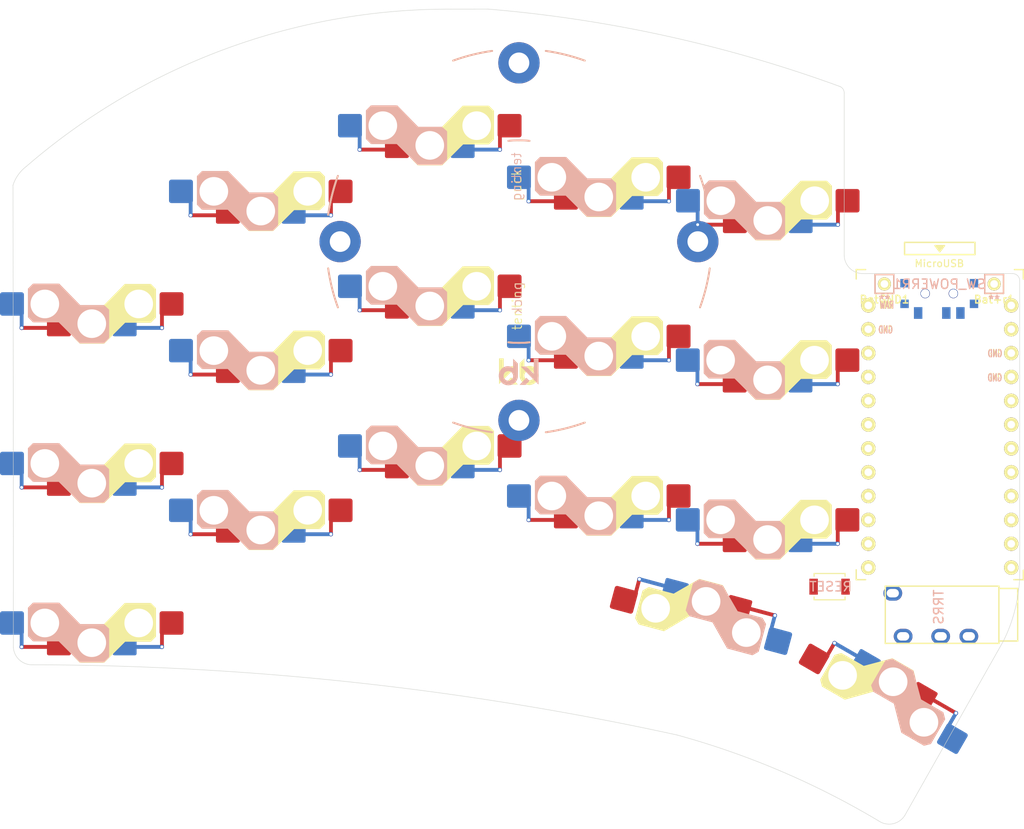
<source format=kicad_pcb>
(kicad_pcb (version 20211014) (generator pcbnew)
  (layers (0 "F.Cu" signal) (31 "B.Cu" signal) (34 "B.Paste" user) (35 "F.Paste" user) (36 "B.SilkS" user "B.Silkscreen") (37 "F.SilkS" user "F.Silkscreen") (38 "B.Mask" user) (39 "F.Mask" user) (44 "Edge.Cuts" user))
  (net 0 "")
  (net 1 "gnd")
  (net 2 "vcc")
  (net 3 "Switch18")
  (net 4 "reset")
  (net 5 "Switch1")
  (net 6 "Switch2")
  (net 7 "Switch3")
  (net 8 "Switch4")
  (net 9 "Switch5")
  (net 10 "Switch6")
  (net 11 "Switch7")
  (net 12 "Switch8")
  (net 13 "Switch9")
  (net 14 "Switch10")
  (net 15 "Switch11")
  (net 16 "Switch12")
  (net 17 "Switch13")
  (net 18 "Switch14")
  (net 19 "Switch15")
  (net 20 "Switch16")
  (net 21 "Switch17")
  (net 22 "raw")
  (net 23 "BT+_r")
  (net 24 "Net-(SW_POWERR1-Pad1)")
  (footprint "kbd:ProMicro_v3_min" (layer "F.Cu") (at 116.3784 62.57399)
    (fp_text reference "U1" hide)
    (fp_text value "ProMicro-kbd" hide)
    (fp_text user "GND" (at -5.77 -11.88) (layer "B.SilkS") (effects (font (size 0.75 0.5) (thickness 0.125)) (justify mirror)))
    (fp_text user "GND" (at 5.86 -6.77) (layer "B.SilkS") (effects (font (size 0.75 0.5) (thickness 0.125)) (justify mirror)))
    (fp_text user "" (at -1.2065 -16.256) (layer "B.SilkS") (effects (justify mirror)))
    (fp_text user "RAW" (at -5.64 -14.52 unlocked) (layer "B.SilkS") (effects (font (size 0.75 0.5) (thickness 0.125)) (justify mirror)))
    (fp_text user "GND" (at 5.88 -9.35) (layer "B.SilkS") (effects (font (size 0.75 0.5) (thickness 0.125)) (justify mirror)))
    (fp_text user "MicroUSB" (at -0.05 -18.95) (layer "F.SilkS") (effects (font (size 0.75 0.75) (thickness 0.12))))
    (fp_text user "GND" (at 5.88 -9.38) (layer "F.SilkS") (effects (font (size 0.75 0.5) (thickness 0.125))))
    (fp_text user "" (at -0.5 -17.25) (layer "F.SilkS"))
    (fp_text user "GND" (at -5.77 -11.91) (layer "F.SilkS") (effects (font (size 0.75 0.5) (thickness 0.125))))
    (fp_text user "GND" (at 5.86 -6.8) (layer "F.SilkS") (effects (font (size 0.75 0.5) (thickness 0.125))))
    (fp_text user "RAW" (at -5.67 -14.52) (layer "F.SilkS") (effects (font (size 0.75 0.5) (thickness 0.125))))
    (pad "1" thru_hole circle locked (at 7.6114 -14.478) (size 1.524 1.524) (drill 0.8128) (layers *.Cu "F.SilkS" "B.Mask") (net 14 "Switch10"))
    (pad "2" thru_hole circle locked (at 7.6114 -11.938) (size 1.524 1.524) (drill 0.8128) (layers *.Cu "F.SilkS" "B.Mask") (net 3 "Switch18"))
    (pad "3" thru_hole circle locked (at 7.6114 -9.398) (size 1.524 1.524) (drill 0.8128) (layers *.Cu "F.SilkS" "B.Mask") (net 1 "gnd"))
    (pad "4" thru_hole circle locked (at 7.6114 -6.858) (size 1.524 1.524) (drill 0.8128) (layers *.Cu "F.SilkS" "B.Mask") (net 1 "gnd"))
    (pad "5" thru_hole circle locked (at 7.6114 -4.318) (size 1.524 1.524) (drill 0.8128) (layers *.Cu "F.SilkS" "B.Mask") (net 15 "Switch11"))
    (pad "6" thru_hole circle locked (at 7.6114 -1.778) (size 1.524 1.524) (drill 0.8128) (layers *.Cu "F.SilkS" "B.Mask") (net 16 "Switch12"))
    (pad "7" thru_hole circle locked (at 7.6114 0.762) (size 1.524 1.524) (drill 0.8128) (layers *.Cu "F.SilkS" "B.Mask") (net 17 "Switch13"))
    (pad "8" thru_hole circle locked (at 7.6114 3.302) (size 1.524 1.524) (drill 0.8128) (layers *.Cu "F.SilkS" "B.Mask") (net 18 "Switch14"))
    (pad "9" thru_hole circle locked (at 7.6114 5.842) (size 1.524 1.524) (drill 0.8128) (layers *.Cu "F.SilkS" "B.Mask") (net 19 "Switch15"))
    (pad "10" thru_hole circle locked (at 7.6114 8.382) (size 1.524 1.524) (drill 0.8128) (layers *.Cu "F.SilkS" "B.Mask") (net 5 "Switch1"))
    (pad "11" thru_hole circle locked (at 7.6114 10.922) (size 1.524 1.524) (drill 0.8128) (layers *.Cu "F.SilkS" "B.Mask") (net 20 "Switch16"))
    (pad "12" thru_hole circle locked (at 7.6114 13.462) (size 1.524 1.524) (drill 0.8128) (layers *.Cu "F.SilkS" "B.Mask") (net 21 "Switch17"))
    (pad "13" thru_hole circle locked (at -7.6086 13.462) (size 1.524 1.524) (drill 0.8128) (layers *.Cu "F.SilkS" "B.Mask") (net 13 "Switch9"))
    (pad "14" thru_hole circle locked (at -7.6086 10.922) (size 1.524 1.524) (drill 0.8128) (layers *.Cu "F.SilkS" "B.Mask") (net 12 "Switch8"))
    (pad "15" thru_hole circle locked (at -7.6086 8.382) (size 1.524 1.524) (drill 0.8128) (layers *.Cu "F.SilkS" "B.Mask") (net 11 "Switch7"))
    (pad "16" thru_hole circle locked (at -7.6086 5.842) (size 1.524 1.524) (drill 0.8128) (layers *.Cu "F.SilkS" "B.Mask") (net 10 "Switch6"))
    (pad "17" thru_hole circle locked (at -7.6086 3.302) (size 1.524 1.524) (drill 0.8128) (layers *.Cu "F.SilkS" "B.Mask") (net 6 "Switch2"))
    (pad "18" thru_hole circle locked (at -7.6086 0.762) (size 1.524 1.524) (drill 0.8128) (layers *.Cu "F.SilkS" "B.Mask") (net 7 "Switch3"))
    (pad "19" thru_hole circle locked (at -7.6086 -1.778) (size 1.524 1.524) (drill 0.8128) (layers *.Cu "F.SilkS" "B.Mask") (net 8 "Switch4"))
    (pad "20" thru_hole circle locked (at -7.6086 -4.318) (size 1.524 1.524) (drill 0.8128) (layers *.Cu "F.SilkS" "B.Mask") (net 9 "Switch5"))
    (pad "21" thru_hole circle locked (at -7.6086 -6.858) (size 1.524 1.524) (drill 0.8128) (layers *.Cu "F.SilkS" "B.Mask") (net 2 "vcc"))
    (pad "22" thru_hole circle locked (at -7.6086 -9.398) (size 1.524 1.524) (drill 0.8128) (layers *.Cu "F.SilkS" "B.Mask") (net 4 "reset"))
    (pad "23" thru_hole circle locked (at -7.6086 -11.938) (size 1.524 1.524) (drill 0.8128) (layers *.Cu "F.SilkS" "B.Mask") (net 1 "gnd"))
    (pad "24" thru_hole circle locked (at -7.6086 -14.478) (size 1.524 1.524) (drill 0.8128) (layers *.Cu "F.SilkS" "B.Mask") (net 22 "raw"))
  )
  (footprint "Kailh:TRRS-PJ-320A" (layer "F.Cu") (at 122.6744 81.06199 -90)
    (fp_text reference "J2")
    (fp_text value "AudioJack4dpb" hide)
    (fp_text user "TRRS" (at -0.8255 6.4135 90) (layer "B.SilkS") (effects (justify mirror)))
    (pad "" np_thru_hole circle locked (at 0 1.6 270) (size 0.8 0.8) (drill 0.8) (layers *.Cu *.Mask))
    (pad "" np_thru_hole circle locked (at 0 8.6 270) (size 0.8 0.8) (drill 0.8) (layers *.Cu *.Mask))
    (pad "R1" thru_hole oval locked (at 2.3 6.2 270) (size 1.6 2) (drill oval 0.9 1.3) (layers *.Cu *.Mask) (net 3 "Switch18"))
    (pad "R2" thru_hole oval locked (at 2.3 3.2 270) (size 1.6 2) (drill oval 0.9 1.3) (layers *.Cu *.Mask) (net 2 "vcc"))
    (pad "S" thru_hole oval locked (at -2.3 11.3 270) (size 1.6 2) (drill oval 0.9 1.3) (layers *.Cu *.Mask) (net 1 "gnd"))
    (pad "T" thru_hole oval locked (at 2.3 10.2 270) (size 1.6 2) (drill oval 0.9 1.3) (layers *.Cu *.Mask) (net 1 "gnd"))
  )
  (footprint "* duckyb-collection:SW_Hotswap_Kailh_Choc_V1" (layer "F.Cu") (at 62.0564 59.52599)
    (fp_text reference "SW16")
    (fp_text value "SW_Push")
    (pad "" np_thru_hole circle (at -5.5 -0.254 180) (size 1.9 1.9) (drill 1.9) (layers *.Cu *.Mask))
    (pad "" np_thru_hole circle (at -5 3.546 180) (size 3.049999 3.049999) (drill 3.049999) (layers F&B.Cu *.Mask))
    (pad "" np_thru_hole circle (at 5.5 -0.254 180) (size 1.9 1.9) (drill 1.9) (layers *.Cu *.Mask))
    (pad "" np_thru_hole circle (at 0 -0.254 180) (size 3.4 3.4) (drill 3.4) (layers *.Cu *.Mask))
    (pad "" np_thru_hole circle (at 0 5.646 180) (size 3.05 3.05) (drill 3.05) (layers *.Cu *.Mask))
    (pad "" np_thru_hole circle (at 5 3.546 180) (size 3.049999 3.049999) (drill 3.049999) (layers F&B.Cu *.Mask))
    (pad "1" smd roundrect (at -8.500001 3.546 180) (size 2.55 2.5) (layers "B.Cu" "B.Paste" "B.Mask") (roundrect_rratio 0.1) (net 17 "Switch13"))
    (pad "1" smd rect (at -6.0452 6.096 90) (size 0.41222 2.904251) (layers "F.Cu") (net 17 "Switch13"))
    (pad "1" smd roundrect (at -3.5001 6.063399 180) (size 2.550201 1.8652) (layers "F.Cu" "F.Paste" "F.Mask") (roundrect_rratio 0.1) (net 17 "Switch13"))
    (pad "1" thru_hole circle (at -7.4676 6.096) (size 0.4572 0.4572) (drill 0.3048) (layers *.Cu) (net 17 "Switch13"))
    (pad "1" smd rect (at -7.468387 5.2832 180) (size 0.404816 1.7272) (layers "B.Cu") (net 17 "Switch13"))
    (pad "2" smd rect (at 7.475002 5.1816 180) (size 0.404816 1.7272) (layers "F.Cu") (net 1 "gnd"))
    (pad "2" smd roundrect (at 3.5001 6.063399 180) (size 2.550201 1.8652) (layers "B.Cu" "B.Paste" "B.Mask") (roundrect_rratio 0.1) (net 1 "gnd"))
    (pad "2" thru_hole circle (at 7.4676 6.096) (size 0.4572 0.4572) (drill 0.3048) (layers *.Cu) (net 1 "gnd"))
    (pad "2" smd rect (at 6.096 6.096 90) (size 0.41222 2.904251) (layers "B.Cu") (net 1 "gnd"))
    (pad "2" smd roundrect (at 8.500001 3.546 180) (size 2.55 2.5) (layers "F.Cu" "F.Paste" "F.Mask") (roundrect_rratio 0.1) (net 1 "gnd"))
  )
  (footprint "* duckyb-collection:SW_Hotswap_Kailh_Choc_V1" (layer "F.Cu") (at 108.5864 93.09199 150)
    (fp_text reference "SW20")
    (fp_text value "SW_Push")
    (pad "" np_thru_hole circle (at 0 5.646 330) (size 3.05 3.05) (drill 3.05) (layers *.Cu *.Mask))
    (pad "" np_thru_hole circle (at 5 3.546 330) (size 3.049999 3.049999) (drill 3.049999) (layers F&B.Cu *.Mask))
    (pad "" np_thru_hole circle (at -5.5 -0.254 330) (size 1.9 1.9) (drill 1.9) (layers *.Cu *.Mask))
    (pad "" np_thru_hole circle (at 0 -0.254 330) (size 3.4 3.4) (drill 3.4) (layers *.Cu *.Mask))
    (pad "" np_thru_hole circle (at 5.5 -0.254 330) (size 1.9 1.9) (drill 1.9) (layers *.Cu *.Mask))
    (pad "" np_thru_hole circle (at -5 3.546 330) (size 3.049999 3.049999) (drill 3.049999) (layers F&B.Cu *.Mask))
    (pad "1" smd roundrect (at -3.5001 6.063399 330) (size 2.550201 1.8652) (layers "F.Cu" "F.Paste" "F.Mask") (roundrect_rratio 0.1) (net 21 "Switch17"))
    (pad "1" smd rect (at -6.0452 6.096 240) (size 0.41222 2.904251) (layers "F.Cu") (net 21 "Switch17"))
    (pad "1" smd rect (at -7.468387 5.2832 330) (size 0.404816 1.7272) (layers "B.Cu") (net 21 "Switch17"))
    (pad "1" smd roundrect (at -8.500001 3.546 330) (size 2.55 2.5) (layers "B.Cu" "B.Paste" "B.Mask") (roundrect_rratio 0.1) (net 21 "Switch17"))
    (pad "1" thru_hole circle (at -7.4676 6.096 150) (size 0.4572 0.4572) (drill 0.3048) (layers *.Cu) (net 21 "Switch17"))
    (pad "2" thru_hole circle (at 7.4676 6.096 150) (size 0.4572 0.4572) (drill 0.3048) (layers *.Cu) (net 1 "gnd"))
    (pad "2" smd roundrect (at 8.500001 3.546 330) (size 2.55 2.5) (layers "F.Cu" "F.Paste" "F.Mask") (roundrect_rratio 0.1) (net 1 "gnd"))
    (pad "2" smd roundrect (at 3.5001 6.063399 330) (size 2.550201 1.8652) (layers "B.Cu" "B.Paste" "B.Mask") (roundrect_rratio 0.1) (net 1 "gnd"))
    (pad "2" smd rect (at 6.096 6.096 240) (size 0.41222 2.904251) (layers "B.Cu") (net 1 "gnd"))
    (pad "2" smd rect (at 7.475002 5.1816 330) (size 0.404816 1.7272) (layers "F.Cu") (net 1 "gnd"))
  )
  (footprint "* duckyb-collection:SW_Hotswap_Kailh_Choc_V1" (layer "F.Cu") (at 44.0564 66.38399)
    (fp_text reference "SW15")
    (fp_text value "SW_Push")
    (pad "" np_thru_hole circle (at 0 5.646 180) (size 3.05 3.05) (drill 3.05) (layers *.Cu *.Mask))
    (pad "" np_thru_hole circle (at -5 3.546 180) (size 3.049999 3.049999) (drill 3.049999) (layers F&B.Cu *.Mask))
    (pad "" np_thru_hole circle (at 5.5 -0.254 180) (size 1.9 1.9) (drill 1.9) (layers *.Cu *.Mask))
    (pad "" np_thru_hole circle (at 0 -0.254 180) (size 3.4 3.4) (drill 3.4) (layers *.Cu *.Mask))
    (pad "" np_thru_hole circle (at -5.5 -0.254 180) (size 1.9 1.9) (drill 1.9) (layers *.Cu *.Mask))
    (pad "" np_thru_hole circle (at 5 3.546 180) (size 3.049999 3.049999) (drill 3.049999) (layers F&B.Cu *.Mask))
    (pad "1" smd roundrect (at -8.500001 3.546 180) (size 2.55 2.5) (layers "B.Cu" "B.Paste" "B.Mask") (roundrect_rratio 0.1) (net 16 "Switch12"))
    (pad "1" smd rect (at -7.468387 5.2832 180) (size 0.404816 1.7272) (layers "B.Cu") (net 16 "Switch12"))
    (pad "1" smd roundrect (at -3.5001 6.063399 180) (size 2.550201 1.8652) (layers "F.Cu" "F.Paste" "F.Mask") (roundrect_rratio 0.1) (net 16 "Switch12"))
    (pad "1" smd rect (at -6.0452 6.096 90) (size 0.41222 2.904251) (layers "F.Cu") (net 16 "Switch12"))
    (pad "1" thru_hole circle (at -7.4676 6.096) (size 0.4572 0.4572) (drill 0.3048) (layers *.Cu) (net 16 "Switch12"))
    (pad "2" smd roundrect (at 8.500001 3.546 180) (size 2.55 2.5) (layers "F.Cu" "F.Paste" "F.Mask") (roundrect_rratio 0.1) (net 1 "gnd"))
    (pad "2" smd roundrect (at 3.5001 6.063399 180) (size 2.550201 1.8652) (layers "B.Cu" "B.Paste" "B.Mask") (roundrect_rratio 0.1) (net 1 "gnd"))
    (pad "2" smd rect (at 7.475002 5.1816 180) (size 0.404816 1.7272) (layers "F.Cu") (net 1 "gnd"))
    (pad "2" thru_hole circle (at 7.4676 6.096) (size 0.4572 0.4572) (drill 0.3048) (layers *.Cu) (net 1 "gnd"))
    (pad "2" smd rect (at 6.096 6.096 90) (size 0.41222 2.904251) (layers "B.Cu") (net 1 "gnd"))
  )
  (footprint "* duckyb-collection:SW_Hotswap_Kailh_Choc_V1" (layer "F.Cu") (at 90.0264 85.09199 165)
    (fp_text reference "SW21")
    (fp_text value "SW_Push")
    (pad "" np_thru_hole circle (at 5.5 -0.254 345) (size 1.9 1.9) (drill 1.9) (layers *.Cu *.Mask))
    (pad "" np_thru_hole circle (at -5 3.546 345) (size 3.049999 3.049999) (drill 3.049999) (layers F&B.Cu *.Mask))
    (pad "" np_thru_hole circle (at 0 -0.254 345) (size 3.4 3.4) (drill 3.4) (layers *.Cu *.Mask))
    (pad "" np_thru_hole circle (at 0 5.646 345) (size 3.05 3.05) (drill 3.05) (layers *.Cu *.Mask))
    (pad "" np_thru_hole circle (at -5.5 -0.254 345) (size 1.9 1.9) (drill 1.9) (layers *.Cu *.Mask))
    (pad "" np_thru_hole circle (at 5 3.546 345) (size 3.049999 3.049999) (drill 3.049999) (layers F&B.Cu *.Mask))
    (pad "1" smd rect (at -6.0452 6.096 255) (size 0.41222 2.904251) (layers "F.Cu") (net 20 "Switch16"))
    (pad "1" smd roundrect (at -3.5001 6.063399 345) (size 2.550201 1.8652) (layers "F.Cu" "F.Paste" "F.Mask") (roundrect_rratio 0.1) (net 20 "Switch16"))
    (pad "1" thru_hole circle (at -7.4676 6.096 165) (size 0.4572 0.4572) (drill 0.3048) (layers *.Cu) (net 20 "Switch16"))
    (pad "1" smd rect (at -7.468387 5.2832 345) (size 0.404816 1.7272) (layers "B.Cu") (net 20 "Switch16"))
    (pad "1" smd roundrect (at -8.500001 3.546 345) (size 2.55 2.5) (layers "B.Cu" "B.Paste" "B.Mask") (roundrect_rratio 0.1) (net 20 "Switch16"))
    (pad "2" smd rect (at 7.475002 5.1816 345) (size 0.404816 1.7272) (layers "F.Cu") (net 1 "gnd"))
    (pad "2" smd roundrect (at 8.500001 3.546 345) (size 2.55 2.5) (layers "F.Cu" "F.Paste" "F.Mask") (roundrect_rratio 0.1) (net 1 "gnd"))
    (pad "2" thru_hole circle (at 7.4676 6.096 165) (size 0.4572 0.4572) (drill 0.3048) (layers *.Cu) (net 1 "gnd"))
    (pad "2" smd roundrect (at 3.5001 6.063399 345) (size 2.550201 1.8652) (layers "B.Cu" "B.Paste" "B.Mask") (roundrect_rratio 0.1) (net 1 "gnd"))
    (pad "2" smd rect (at 6.096 6.096 255) (size 0.41222 2.904251) (layers "B.Cu") (net 1 "gnd"))
  )
  (footprint "* duckyb-collection:SW_Hotswap_Kailh_Choc_V1" (layer "F.Cu") (at 80.0564 64.85999)
    (fp_text reference "SW17")
    (fp_text value "SW_Push")
    (pad "" np_thru_hole circle (at 0 5.646 180) (size 3.05 3.05) (drill 3.05) (layers *.Cu *.Mask))
    (pad "" np_thru_hole circle (at 5 3.546 180) (size 3.049999 3.049999) (drill 3.049999) (layers F&B.Cu *.Mask))
    (pad "" np_thru_hole circle (at 5.5 -0.254 180) (size 1.9 1.9) (drill 1.9) (layers *.Cu *.Mask))
    (pad "" np_thru_hole circle (at -5 3.546 180) (size 3.049999 3.049999) (drill 3.049999) (layers F&B.Cu *.Mask))
    (pad "" np_thru_hole circle (at 0 -0.254 180) (size 3.4 3.4) (drill 3.4) (layers *.Cu *.Mask))
    (pad "" np_thru_hole circle (at -5.5 -0.254 180) (size 1.9 1.9) (drill 1.9) (layers *.Cu *.Mask))
    (pad "1" thru_hole circle (at -7.4676 6.096) (size 0.4572 0.4572) (drill 0.3048) (layers *.Cu) (net 18 "Switch14"))
    (pad "1" smd roundrect (at -3.5001 6.063399 180) (size 2.550201 1.8652) (layers "F.Cu" "F.Paste" "F.Mask") (roundrect_rratio 0.1) (net 18 "Switch14"))
    (pad "1" smd rect (at -7.468387 5.2832 180) (size 0.404816 1.7272) (layers "B.Cu") (net 18 "Switch14"))
    (pad "1" smd roundrect (at -8.500001 3.546 180) (size 2.55 2.5) (layers "B.Cu" "B.Paste" "B.Mask") (roundrect_rratio 0.1) (net 18 "Switch14"))
    (pad "1" smd rect (at -6.0452 6.096 90) (size 0.41222 2.904251) (layers "F.Cu") (net 18 "Switch14"))
    (pad "2" smd rect (at 6.096 6.096 90) (size 0.41222 2.904251) (layers "B.Cu") (net 1 "gnd"))
    (pad "2" smd rect (at 7.475002 5.1816 180) (size 0.404816 1.7272) (layers "F.Cu") (net 1 "gnd"))
    (pad "2" smd roundrect (at 8.500001 3.546 180) (size 2.55 2.5) (layers "F.Cu" "F.Paste" "F.Mask") (roundrect_rratio 0.1) (net 1 "gnd"))
    (pad "2" smd roundrect (at 3.5001 6.063399 180) (size 2.550201 1.8652) (layers "B.Cu" "B.Paste" "B.Mask") (roundrect_rratio 0.1) (net 1 "gnd"))
    (pad "2" thru_hole circle (at 7.4676 6.096) (size 0.4572 0.4572) (drill 0.3048) (layers *.Cu) (net 1 "gnd"))
  )
  (footprint "* duckyb-collection:SW_Hotswap_Kailh_Choc_V1" (layer "F.Cu") (at 98.0364 67.39999)
    (fp_text reference "SW18")
    (fp_text value "SW_Push")
    (pad "" np_thru_hole circle (at -5 3.546 180) (size 3.049999 3.049999) (drill 3.049999) (layers F&B.Cu *.Mask))
    (pad "" np_thru_hole circle (at -5.5 -0.254 180) (size 1.9 1.9) (drill 1.9) (layers *.Cu *.Mask))
    (pad "" np_thru_hole circle (at 0 -0.254 180) (size 3.4 3.4) (drill 3.4) (layers *.Cu *.Mask))
    (pad "" np_thru_hole circle (at 0 5.646 180) (size 3.05 3.05) (drill 3.05) (layers *.Cu *.Mask))
    (pad "" np_thru_hole circle (at 5 3.546 180) (size 3.049999 3.049999) (drill 3.049999) (layers F&B.Cu *.Mask))
    (pad "" np_thru_hole circle (at 5.5 -0.254 180) (size 1.9 1.9) (drill 1.9) (layers *.Cu *.Mask))
    (pad "1" thru_hole circle (at -7.4676 6.096) (size 0.4572 0.4572) (drill 0.3048) (layers *.Cu) (net 19 "Switch15"))
    (pad "1" smd roundrect (at -3.5001 6.063399 180) (size 2.550201 1.8652) (layers "F.Cu" "F.Paste" "F.Mask") (roundrect_rratio 0.1) (net 19 "Switch15"))
    (pad "1" smd roundrect (at -8.500001 3.546 180) (size 2.55 2.5) (layers "B.Cu" "B.Paste" "B.Mask") (roundrect_rratio 0.1) (net 19 "Switch15"))
    (pad "1" smd rect (at -6.0452 6.096 90) (size 0.41222 2.904251) (layers "F.Cu") (net 19 "Switch15"))
    (pad "1" smd rect (at -7.468387 5.2832 180) (size 0.404816 1.7272) (layers "B.Cu") (net 19 "Switch15"))
    (pad "2" thru_hole circle (at 7.4676 6.096) (size 0.4572 0.4572) (drill 0.3048) (layers *.Cu) (net 1 "gnd"))
    (pad "2" smd rect (at 6.096 6.096 90) (size 0.41222 2.904251) (layers "B.Cu") (net 1 "gnd"))
    (pad "2" smd roundrect (at 3.5001 6.063399 180) (size 2.550201 1.8652) (layers "B.Cu" "B.Paste" "B.Mask") (roundrect_rratio 0.1) (net 1 "gnd"))
    (pad "2" smd roundrect (at 8.500001 3.546 180) (size 2.55 2.5) (layers "F.Cu" "F.Paste" "F.Mask") (roundrect_rratio 0.1) (net 1 "gnd"))
    (pad "2" smd rect (at 7.475002 5.1816 180) (size 0.404816 1.7272) (layers "F.Cu") (net 1 "gnd"))
  )
  (footprint "* duckyb-collection:SW_Hotswap_Kailh_Choc_V1" (layer "F.Cu") (at 62.0564 25.39199)
    (fp_text reference "SW4")
    (fp_text value "SW_Push")
    (pad "" np_thru_hole circle (at 0 5.646 180) (size 3.05 3.05) (drill 3.05) (layers *.Cu *.Mask))
    (pad "" np_thru_hole circle (at -5.5 -0.254 180) (size 1.9 1.9) (drill 1.9) (layers *.Cu *.Mask))
    (pad "" np_thru_hole circle (at 0 -0.254 180) (size 3.4 3.4) (drill 3.4) (layers *.Cu *.Mask))
    (pad "" np_thru_hole circle (at 5 3.546 180) (size 3.049999 3.049999) (drill 3.049999) (layers F&B.Cu *.Mask))
    (pad "" np_thru_hole circle (at -5 3.546 180) (size 3.049999 3.049999) (drill 3.049999) (layers F&B.Cu *.Mask))
    (pad "" np_thru_hole circle (at 5.5 -0.254 180) (size 1.9 1.9) (drill 1.9) (layers *.Cu *.Mask))
    (pad "1" smd rect (at -6.0452 6.096 90) (size 0.41222 2.904251) (layers "F.Cu") (net 7 "Switch3"))
    (pad "1" smd roundrect (at -8.500001 3.546 180) (size 2.55 2.5) (layers "B.Cu" "B.Paste" "B.Mask") (roundrect_rratio 0.1) (net 7 "Switch3"))
    (pad "1" thru_hole circle (at -7.4676 6.096) (size 0.4572 0.4572) (drill 0.3048) (layers *.Cu) (net 7 "Switch3"))
    (pad "1" smd roundrect (at -3.5001 6.063399 180) (size 2.550201 1.8652) (layers "F.Cu" "F.Paste" "F.Mask") (roundrect_rratio 0.1) (net 7 "Switch3"))
    (pad "1" smd rect (at -7.468387 5.2832 180) (size 0.404816 1.7272) (layers "B.Cu") (net 7 "Switch3"))
    (pad "2" smd roundrect (at 3.5001 6.063399 180) (size 2.550201 1.8652) (layers "B.Cu" "B.Paste" "B.Mask") (roundrect_rratio 0.1) (net 1 "gnd"))
    (pad "2" smd rect (at 7.475002 5.1816 180) (size 0.404816 1.7272) (layers "F.Cu") (net 1 "gnd"))
    (pad "2" thru_hole circle (at 7.4676 6.096) (size 0.4572 0.4572) (drill 0.3048) (layers *.Cu) (net 1 "gnd"))
    (pad "2" smd roundrect (at 8.500001 3.546 180) (size 2.55 2.5) (layers "F.Cu" "F.Paste" "F.Mask") (roundrect_rratio 0.1) (net 1 "gnd"))
    (pad "2" smd rect (at 6.096 6.096 90) (size 0.41222 2.904251) (layers "B.Cu") (net 1 "gnd"))
  )
  (footprint "* duckyb-collection:SW_Hotswap_Kailh_Choc_V1" (layer "F.Cu") (at 44.0564 32.39199)
    (fp_text reference "SW3")
    (fp_text value "SW_Push")
    (pad "" np_thru_hole circle (at 5.5 -0.254 180) (size 1.9 1.9) (drill 1.9) (layers *.Cu *.Mask))
    (pad "" np_thru_hole circle (at 5 3.546 180) (size 3.049999 3.049999) (drill 3.049999) (layers F&B.Cu *.Mask))
    (pad "" np_thru_hole circle (at -5 3.546 180) (size 3.049999 3.049999) (drill 3.049999) (layers F&B.Cu *.Mask))
    (pad "" np_thru_hole circle (at 0 5.646 180) (size 3.05 3.05) (drill 3.05) (layers *.Cu *.Mask))
    (pad "" np_thru_hole circle (at -5.5 -0.254 180) (size 1.9 1.9) (drill 1.9) (layers *.Cu *.Mask))
    (pad "" np_thru_hole circle (at 0 -0.254 180) (size 3.4 3.4) (drill 3.4) (layers *.Cu *.Mask))
    (pad "1" thru_hole circle (at -7.4676 6.096) (size 0.4572 0.4572) (drill 0.3048) (layers *.Cu) (net 6 "Switch2"))
    (pad "1" smd rect (at -7.468387 5.2832 180) (size 0.404816 1.7272) (layers "B.Cu") (net 6 "Switch2"))
    (pad "1" smd rect (at -6.0452 6.096 90) (size 0.41222 2.904251) (layers "F.Cu") (net 6 "Switch2"))
    (pad "1" smd roundrect (at -3.5001 6.063399 180) (size 2.550201 1.8652) (layers "F.Cu" "F.Paste" "F.Mask") (roundrect_rratio 0.1) (net 6 "Switch2"))
    (pad "1" smd roundrect (at -8.500001 3.546 180) (size 2.55 2.5) (layers "B.Cu" "B.Paste" "B.Mask") (roundrect_rratio 0.1) (net 6 "Switch2"))
    (pad "2" smd rect (at 7.475002 5.1816 180) (size 0.404816 1.7272) (layers "F.Cu") (net 1 "gnd"))
    (pad "2" smd rect (at 6.096 6.096 90) (size 0.41222 2.904251) (layers "B.Cu") (net 1 "gnd"))
    (pad "2" smd roundrect (at 3.5001 6.063399 180) (size 2.550201 1.8652) (layers "B.Cu" "B.Paste" "B.Mask") (roundrect_rratio 0.1) (net 1 "gnd"))
    (pad "2" thru_hole circle (at 7.4676 6.096) (size 0.4572 0.4572) (drill 0.3048) (layers *.Cu) (net 1 "gnd"))
    (pad "2" smd roundrect (at 8.500001 3.546 180) (size 2.55 2.5) (layers "F.Cu" "F.Paste" "F.Mask") (roundrect_rratio 0.1) (net 1 "gnd"))
  )
  (footprint "* duckyb-collection:SW_Hotswap_Kailh_Choc_V1" (layer "F.Cu") (at 44.0564 49.36599)
    (fp_text reference "SW9")
    (fp_text value "SW_Push")
    (pad "" np_thru_hole circle (at 0 -0.254 180) (size 3.4 3.4) (drill 3.4) (layers *.Cu *.Mask))
    (pad "" np_thru_hole circle (at 5.5 -0.254 180) (size 1.9 1.9) (drill 1.9) (layers *.Cu *.Mask))
    (pad "" np_thru_hole circle (at 0 5.646 180) (size 3.05 3.05) (drill 3.05) (layers *.Cu *.Mask))
    (pad "" np_thru_hole circle (at -5.5 -0.254 180) (size 1.9 1.9) (drill 1.9) (layers *.Cu *.Mask))
    (pad "" np_thru_hole circle (at -5 3.546 180) (size 3.049999 3.049999) (drill 3.049999) (layers F&B.Cu *.Mask))
    (pad "" np_thru_hole circle (at 5 3.546 180) (size 3.049999 3.049999) (drill 3.049999) (layers F&B.Cu *.Mask))
    (pad "1" smd rect (at -6.0452 6.096 90) (size 0.41222 2.904251) (layers "F.Cu") (net 11 "Switch7"))
    (pad "1" smd rect (at -7.468387 5.2832 180) (size 0.404816 1.7272) (layers "B.Cu") (net 11 "Switch7"))
    (pad "1" smd roundrect (at -8.500001 3.546 180) (size 2.55 2.5) (layers "B.Cu" "B.Paste" "B.Mask") (roundrect_rratio 0.1) (net 11 "Switch7"))
    (pad "1" thru_hole circle (at -7.4676 6.096) (size 0.4572 0.4572) (drill 0.3048) (layers *.Cu) (net 11 "Switch7"))
    (pad "1" smd roundrect (at -3.5001 6.063399 180) (size 2.550201 1.8652) (layers "F.Cu" "F.Paste" "F.Mask") (roundrect_rratio 0.1) (net 11 "Switch7"))
    (pad "2" smd rect (at 6.096 6.096 90) (size 0.41222 2.904251) (layers "B.Cu") (net 1 "gnd"))
    (pad "2" thru_hole circle (at 7.4676 6.096) (size 0.4572 0.4572) (drill 0.3048) (layers *.Cu) (net 1 "gnd"))
    (pad "2" smd roundrect (at 8.500001 3.546 180) (size 2.55 2.5) (layers "F.Cu" "F.Paste" "F.Mask") (roundrect_rratio 0.1) (net 1 "gnd"))
    (pad "2" smd roundrect (at 3.5001 6.063399 180) (size 2.550201 1.8652) (layers "B.Cu" "B.Paste" "B.Mask") (roundrect_rratio 0.1) (net 1 "gnd"))
    (pad "2" smd rect (at 7.475002 5.1816 180) (size 0.404816 1.7272) (layers "F.Cu") (net 1 "gnd"))
  )
  (footprint "* duckyb-collection:SW_Hotswap_Kailh_Choc_V1" (layer "F.Cu") (at 26.0564 78.39199)
    (fp_text reference "SW14")
    (fp_text value "SW_Push")
    (pad "" np_thru_hole circle (at 5 3.546 180) (size 3.049999 3.049999) (drill 3.049999) (layers F&B.Cu *.Mask))
    (pad "" np_thru_hole circle (at 0 -0.254 180) (size 3.4 3.4) (drill 3.4) (layers *.Cu *.Mask))
    (pad "" np_thru_hole circle (at -5 3.546 180) (size 3.049999 3.049999) (drill 3.049999) (layers F&B.Cu *.Mask))
    (pad "" np_thru_hole circle (at 5.5 -0.254 180) (size 1.9 1.9) (drill 1.9) (layers *.Cu *.Mask))
    (pad "" np_thru_hole circle (at -5.5 -0.254 180) (size 1.9 1.9) (drill 1.9) (layers *.Cu *.Mask))
    (pad "" np_thru_hole circle (at 0 5.646 180) (size 3.05 3.05) (drill 3.05) (layers *.Cu *.Mask))
    (pad "1" smd roundrect (at -3.5001 6.063399 180) (size 2.550201 1.8652) (layers "F.Cu" "F.Paste" "F.Mask") (roundrect_rratio 0.1) (net 15 "Switch11"))
    (pad "1" smd rect (at -7.468387 5.2832 180) (size 0.404816 1.7272) (layers "B.Cu") (net 15 "Switch11"))
    (pad "1" smd rect (at -6.0452 6.096 90) (size 0.41222 2.904251) (layers "F.Cu") (net 15 "Switch11"))
    (pad "1" thru_hole circle (at -7.4676 6.096) (size 0.4572 0.4572) (drill 0.3048) (layers *.Cu) (net 15 "Switch11"))
    (pad "1" smd roundrect (at -8.500001 3.546 180) (size 2.55 2.5) (layers "B.Cu" "B.Paste" "B.Mask") (roundrect_rratio 0.1) (net 15 "Switch11"))
    (pad "2" smd roundrect (at 3.5001 6.063399 180) (size 2.550201 1.8652) (layers "B.Cu" "B.Paste" "B.Mask") (roundrect_rratio 0.1) (net 1 "gnd"))
    (pad "2" smd rect (at 6.096 6.096 90) (size 0.41222 2.904251) (layers "B.Cu") (net 1 "gnd"))
    (pad "2" smd rect (at 7.475002 5.1816 180) (size 0.404816 1.7272) (layers "F.Cu") (net 1 "gnd"))
    (pad "2" thru_hole circle (at 7.4676 6.096) (size 0.4572 0.4572) (drill 0.3048) (layers *.Cu) (net 1 "gnd"))
    (pad "2" smd roundrect (at 8.500001 3.546 180) (size 2.55 2.5) (layers "F.Cu" "F.Paste" "F.Mask") (roundrect_rratio 0.1) (net 1 "gnd"))
  )
  (footprint "* duckyb-collection:SW_Hotswap_Kailh_Choc_V1" (layer "F.Cu") (at 98.0364 50.38199)
    (fp_text reference "SW12")
    (fp_text value "SW_Push")
    (pad "" np_thru_hole circle (at 5.5 -0.254 180) (size 1.9 1.9) (drill 1.9) (layers *.Cu *.Mask))
    (pad "" np_thru_hole circle (at 0 -0.254 180) (size 3.4 3.4) (drill 3.4) (layers *.Cu *.Mask))
    (pad "" np_thru_hole circle (at 5 3.546 180) (size 3.049999 3.049999) (drill 3.049999) (layers F&B.Cu *.Mask))
    (pad "" np_thru_hole circle (at 0 5.646 180) (size 3.05 3.05) (drill 3.05) (layers *.Cu *.Mask))
    (pad "" np_thru_hole circle (at -5 3.546 180) (size 3.049999 3.049999) (drill 3.049999) (layers F&B.Cu *.Mask))
    (pad "" np_thru_hole circle (at -5.5 -0.254 180) (size 1.9 1.9) (drill 1.9) (layers *.Cu *.Mask))
    (pad "1" smd rect (at -7.468387 5.2832 180) (size 0.404816 1.7272) (layers "B.Cu") (net 14 "Switch10"))
    (pad "1" thru_hole circle (at -7.4676 6.096) (size 0.4572 0.4572) (drill 0.3048) (layers *.Cu) (net 14 "Switch10"))
    (pad "1" smd roundrect (at -3.5001 6.063399 180) (size 2.550201 1.8652) (layers "F.Cu" "F.Paste" "F.Mask") (roundrect_rratio 0.1) (net 14 "Switch10"))
    (pad "1" smd roundrect (at -8.500001 3.546 180) (size 2.55 2.5) (layers "B.Cu" "B.Paste" "B.Mask") (roundrect_rratio 0.1) (net 14 "Switch10"))
    (pad "1" smd rect (at -6.0452 6.096 90) (size 0.41222 2.904251) (layers "F.Cu") (net 14 "Switch10"))
    (pad "2" smd rect (at 7.475002 5.1816 180) (size 0.404816 1.7272) (layers "F.Cu") (net 1 "gnd"))
    (pad "2" smd roundrect (at 8.500001 3.546 180) (size 2.55 2.5) (layers "F.Cu" "F.Paste" "F.Mask") (roundrect_rratio 0.1) (net 1 "gnd"))
    (pad "2" thru_hole circle (at 7.4676 6.096) (size 0.4572 0.4572) (drill 0.3048) (layers *.Cu) (net 1 "gnd"))
    (pad "2" smd rect (at 6.096 6.096 90) (size 0.41222 2.904251) (layers "B.Cu") (net 1 "gnd"))
    (pad "2" smd roundrect (at 3.5001 6.063399 180) (size 2.550201 1.8652) (layers "B.Cu" "B.Paste" "B.Mask") (roundrect_rratio 0.1) (net 1 "gnd"))
  )
  (footprint "* duckyb-collection:SW_Hotswap_Kailh_Choc_V1" (layer "F.Cu") (at 80.0564 47.84199)
    (fp_text reference "SW11")
    (fp_text value "SW_Push")
    (pad "" np_thru_hole circle (at 5.5 -0.254 180) (size 1.9 1.9) (drill 1.9) (layers *.Cu *.Mask))
    (pad "" np_thru_hole circle (at 5 3.546 180) (size 3.049999 3.049999) (drill 3.049999) (layers F&B.Cu *.Mask))
    (pad "" np_thru_hole circle (at -5 3.546 180) (size 3.049999 3.049999) (drill 3.049999) (layers F&B.Cu *.Mask))
    (pad "" np_thru_hole circle (at -5.5 -0.254 180) (size 1.9 1.9) (drill 1.9) (layers *.Cu *.Mask))
    (pad "" np_thru_hole circle (at 0 5.646 180) (size 3.05 3.05) (drill 3.05) (layers *.Cu *.Mask))
    (pad "" np_thru_hole circle (at 0 -0.254 180) (size 3.4 3.4) (drill 3.4) (layers *.Cu *.Mask))
    (pad "1" smd roundrect (at -8.500001 3.546 180) (size 2.55 2.5) (layers "B.Cu" "B.Paste" "B.Mask") (roundrect_rratio 0.1) (net 13 "Switch9"))
    (pad "1" smd rect (at -7.468387 5.2832 180) (size 0.404816 1.7272) (layers "B.Cu") (net 13 "Switch9"))
    (pad "1" smd rect (at -6.0452 6.096 90) (size 0.41222 2.904251) (layers "F.Cu") (net 13 "Switch9"))
    (pad "1" smd roundrect (at -3.5001 6.063399 180) (size 2.550201 1.8652) (layers "F.Cu" "F.Paste" "F.Mask") (roundrect_rratio 0.1) (net 13 "Switch9"))
    (pad "1" thru_hole circle (at -7.4676 6.096) (size 0.4572 0.4572) (drill 0.3048) (layers *.Cu) (net 13 "Switch9"))
    (pad "2" smd rect (at 7.475002 5.1816 180) (size 0.404816 1.7272) (layers "F.Cu") (net 1 "gnd"))
    (pad "2" smd roundrect (at 3.5001 6.063399 180) (size 2.550201 1.8652) (layers "B.Cu" "B.Paste" "B.Mask") (roundrect_rratio 0.1) (net 1 "gnd"))
    (pad "2" smd rect (at 6.096 6.096 90) (size 0.41222 2.904251) (layers "B.Cu") (net 1 "gnd"))
    (pad "2" smd roundrect (at 8.500001 3.546 180) (size 2.55 2.5) (layers "F.Cu" "F.Paste" "F.Mask") (roundrect_rratio 0.1) (net 1 "gnd"))
    (pad "2" thru_hole circle (at 7.4676 6.096) (size 0.4572 0.4572) (drill 0.3048) (layers *.Cu) (net 1 "gnd"))
  )
  (footprint "* duckyb-collection:SW_Hotswap_Kailh_Choc_V1" (layer "F.Cu") (at 26.0564 61.39199)
    (fp_text reference "SW8")
    (fp_text value "SW_Push")
    (pad "" np_thru_hole circle (at 5.5 -0.254 180) (size 1.9 1.9) (drill 1.9) (layers *.Cu *.Mask))
    (pad "" np_thru_hole circle (at -5 3.546 180) (size 3.049999 3.049999) (drill 3.049999) (layers F&B.Cu *.Mask))
    (pad "" np_thru_hole circle (at 5 3.546 180) (size 3.049999 3.049999) (drill 3.049999) (layers F&B.Cu *.Mask))
    (pad "" np_thru_hole circle (at 0 5.646 180) (size 3.05 3.05) (drill 3.05) (layers *.Cu *.Mask))
    (pad "" np_thru_hole circle (at 0 -0.254 180) (size 3.4 3.4) (drill 3.4) (layers *.Cu *.Mask))
    (pad "" np_thru_hole circle (at -5.5 -0.254 180) (size 1.9 1.9) (drill 1.9) (layers *.Cu *.Mask))
    (pad "1" smd roundrect (at -3.5001 6.063399 180) (size 2.550201 1.8652) (layers "F.Cu" "F.Paste" "F.Mask") (roundrect_rratio 0.1) (net 10 "Switch6"))
    (pad "1" smd rect (at -6.0452 6.096 90) (size 0.41222 2.904251) (layers "F.Cu") (net 10 "Switch6"))
    (pad "1" smd rect (at -7.468387 5.2832 180) (size 0.404816 1.7272) (layers "B.Cu") (net 10 "Switch6"))
    (pad "1" thru_hole circle (at -7.4676 6.096) (size 0.4572 0.4572) (drill 0.3048) (layers *.Cu) (net 10 "Switch6"))
    (pad "1" smd roundrect (at -8.500001 3.546 180) (size 2.55 2.5) (layers "B.Cu" "B.Paste" "B.Mask") (roundrect_rratio 0.1) (net 10 "Switch6"))
    (pad "2" smd roundrect (at 3.5001 6.063399 180) (size 2.550201 1.8652) (layers "B.Cu" "B.Paste" "B.Mask") (roundrect_rratio 0.1) (net 1 "gnd"))
    (pad "2" smd rect (at 7.475002 5.1816 180) (size 0.404816 1.7272) (layers "F.Cu") (net 1 "gnd"))
    (pad "2" smd rect (at 6.096 6.096 90) (size 0.41222 2.904251) (layers "B.Cu") (net 1 "gnd"))
    (pad "2" thru_hole circle (at 7.4676 6.096) (size 0.4572 0.4572) (drill 0.3048) (layers *.Cu) (net 1 "gnd"))
    (pad "2" smd roundrect (at 8.500001 3.546 180) (size 2.55 2.5) (layers "F.Cu" "F.Paste" "F.Mask") (roundrect_rratio 0.1) (net 1 "gnd"))
  )
  (footprint "* duckyb-collection:SW_Hotswap_Kailh_Choc_V1" (layer "F.Cu") (at 98.0564 33.39199)
    (fp_text reference "SW6")
    (fp_text value "SW_Push")
    (pad "" np_thru_hole circle (at 5 3.546 180) (size 3.049999 3.049999) (drill 3.049999) (layers F&B.Cu *.Mask))
    (pad "" np_thru_hole circle (at -5 3.546 180) (size 3.049999 3.049999) (drill 3.049999) (layers F&B.Cu *.Mask))
    (pad "" np_thru_hole circle (at 0 5.646 180) (size 3.05 3.05) (drill 3.05) (layers *.Cu *.Mask))
    (pad "" np_thru_hole circle (at -5.5 -0.254 180) (size 1.9 1.9) (drill 1.9) (layers *.Cu *.Mask))
    (pad "" np_thru_hole circle (at 0 -0.254 180) (size 3.4 3.4) (drill 3.4) (layers *.Cu *.Mask))
    (pad "" np_thru_hole circle (at 5.5 -0.254 180) (size 1.9 1.9) (drill 1.9) (layers *.Cu *.Mask))
    (pad "1" smd roundrect (at -8.500001 3.546 180) (size 2.55 2.5) (layers "B.Cu" "B.Paste" "B.Mask") (roundrect_rratio 0.1) (net 9 "Switch5"))
    (pad "1" smd rect (at -7.468387 5.2832 180) (size 0.404816 1.7272) (layers "B.Cu") (net 9 "Switch5"))
    (pad "1" smd rect (at -6.0452 6.096 90) (size 0.41222 2.904251) (layers "F.Cu") (net 9 "Switch5"))
    (pad "1" thru_hole circle (at -7.4676 6.096) (size 0.4572 0.4572) (drill 0.3048) (layers *.Cu) (net 9 "Switch5"))
    (pad "1" smd roundrect (at -3.5001 6.063399 180) (size 2.550201 1.8652) (layers "F.Cu" "F.Paste" "F.Mask") (roundrect_rratio 0.1) (net 9 "Switch5"))
    (pad "2" smd rect (at 6.096 6.096 90) (size 0.41222 2.904251) (layers "B.Cu") (net 1 "gnd"))
    (pad "2" smd roundrect (at 8.500001 3.546 180) (size 2.55 2.5) (layers "F.Cu" "F.Paste" "F.Mask") (roundrect_rratio 0.1) (net 1 "gnd"))
    (pad "2" smd roundrect (at 3.5001 6.063399 180) (size 2.550201 1.8652) (layers "B.Cu" "B.Paste" "B.Mask") (roundrect_rratio 0.1) (net 1 "gnd"))
    (pad "2" thru_hole circle (at 7.4676 6.096) (size 0.4572 0.4572) (drill 0.3048) (layers *.Cu) (net 1 "gnd"))
    (pad "2" smd rect (at 7.475002 5.1816 180) (size 0.404816 1.7272) (layers "F.Cu") (net 1 "gnd"))
  )
  (footprint "* duckyb-collection:SW_Hotswap_Kailh_Choc_V1" (layer "F.Cu") (at 80.0564 30.89199)
    (fp_text reference "SW5")
    (fp_text value "SW_Push")
    (pad "" np_thru_hole circle (at -5.5 -0.254 180) (size 1.9 1.9) (drill 1.9) (layers *.Cu *.Mask))
    (pad "" np_thru_hole circle (at 5.5 -0.254 180) (size 1.9 1.9) (drill 1.9) (layers *.Cu *.Mask))
    (pad "" np_thru_hole circle (at 5 3.546 180) (size 3.049999 3.049999) (drill 3.049999) (layers F&B.Cu *.Mask))
    (pad "" np_thru_hole circle (at -5 3.546 180) (size 3.049999 3.049999) (drill 3.049999) (layers F&B.Cu *.Mask))
    (pad "" np_thru_hole circle (at 0 5.646 180) (size 3.05 3.05) (drill 3.05) (layers *.Cu *.Mask))
    (pad "" np_thru_hole circle (at 0 -0.254 180) (size 3.4 3.4) (drill 3.4) (layers *.Cu *.Mask))
    (pad "1" smd roundrect (at -8.500001 3.546 180) (size 2.55 2.5) (layers "B.Cu" "B.Paste" "B.Mask") (roundrect_rratio 0.1) (net 8 "Switch4"))
    (pad "1" smd roundrect (at -3.5001 6.063399 180) (size 2.550201 1.8652) (layers "F.Cu" "F.Paste" "F.Mask") (roundrect_rratio 0.1) (net 8 "Switch4"))
    (pad "1" smd rect (at -6.0452 6.096 90) (size 0.41222 2.904251) (layers "F.Cu") (net 8 "Switch4"))
    (pad "1" smd rect (at -7.468387 5.2832 180) (size 0.404816 1.7272) (layers "B.Cu") (net 8 "Switch4"))
    (pad "1" thru_hole circle (at -7.4676 6.096) (size 0.4572 0.4572) (drill 0.3048) (layers *.Cu) (net 8 "Switch4"))
    (pad "2" smd rect (at 6.096 6.096 90) (size 0.41222 2.904251) (layers "B.Cu") (net 1 "gnd"))
    (pad "2" smd roundrect (at 3.5001 6.063399 180) (size 2.550201 1.8652) (layers "B.Cu" "B.Paste" "B.Mask") (roundrect_rratio 0.1) (net 1 "gnd"))
    (pad "2" thru_hole circle (at 7.4676 6.096) (size 0.4572 0.4572) (drill 0.3048) (layers *.Cu) (net 1 "gnd"))
    (pad "2" smd rect (at 7.475002 5.1816 180) (size 0.404816 1.7272) (layers "F.Cu") (net 1 "gnd"))
    (pad "2" smd roundrect (at 8.500001 3.546 180) (size 2.55 2.5) (layers "F.Cu" "F.Paste" "F.Mask") (roundrect_rratio 0.1) (net 1 "gnd"))
  )
  (footprint "* duckyb-collection:SW_Hotswap_Kailh_Choc_V1" (layer "F.Cu") (at 26.0564 44.39199)
    (fp_text reference "SW2")
    (fp_text value "SW_Push")
    (pad "" np_thru_hole circle (at 0 5.646 180) (size 3.05 3.05) (drill 3.05) (layers *.Cu *.Mask))
    (pad "" np_thru_hole circle (at 5.5 -0.254 180) (size 1.9 1.9) (drill 1.9) (layers *.Cu *.Mask))
    (pad "" np_thru_hole circle (at -5.5 -0.254 180) (size 1.9 1.9) (drill 1.9) (layers *.Cu *.Mask))
    (pad "" np_thru_hole circle (at 0 -0.254 180) (size 3.4 3.4) (drill 3.4) (layers *.Cu *.Mask))
    (pad "" np_thru_hole circle (at -5 3.546 180) (size 3.049999 3.049999) (drill 3.049999) (layers F&B.Cu *.Mask))
    (pad "" np_thru_hole circle (at 5 3.546 180) (size 3.049999 3.049999) (drill 3.049999) (layers F&B.Cu *.Mask))
    (pad "1" smd rect (at -7.468387 5.2832 180) (size 0.404816 1.7272) (layers "B.Cu") (net 5 "Switch1"))
    (pad "1" smd roundrect (at -3.5001 6.063399 180) (size 2.550201 1.8652) (layers "F.Cu" "F.Paste" "F.Mask") (roundrect_rratio 0.1) (net 5 "Switch1"))
    (pad "1" thru_hole circle (at -7.4676 6.096) (size 0.4572 0.4572) (drill 0.3048) (layers *.Cu) (net 5 "Switch1"))
    (pad "1" smd rect (at -6.0452 6.096 90) (size 0.41222 2.904251) (layers "F.Cu") (net 5 "Switch1"))
    (pad "1" smd roundrect (at -8.500001 3.546 180) (size 2.55 2.5) (layers "B.Cu" "B.Paste" "B.Mask") (roundrect_rratio 0.1) (net 5 "Switch1"))
    (pad "2" smd roundrect (at 3.5001 6.063399 180) (size 2.550201 1.8652) (layers "B.Cu" "B.Paste" "B.Mask") (roundrect_rratio 0.1) (net 1 "gnd"))
    (pad "2" thru_hole circle (at 7.4676 6.096) (size 0.4572 0.4572) (drill 0.3048) (layers *.Cu) (net 1 "gnd"))
    (pad "2" smd rect (at 7.475002 5.1816 180) (size 0.404816 1.7272) (layers "F.Cu") (net 1 "gnd"))
    (pad "2" smd rect (at 6.096 6.096 90) (size 0.41222 2.904251) (layers "B.Cu") (net 1 "gnd"))
    (pad "2" smd roundrect (at 8.500001 3.546 180) (size 2.55 2.5) (layers "F.Cu" "F.Paste" "F.Mask") (roundrect_rratio 0.1) (net 1 "gnd"))
  )
  (footprint "kbd:SW_SPST_B3U-1000P" (layer "F.Cu") (at 104.6404 78.06799)
    (fp_text reference "RSW1" hide)
    (fp_text value "SW_Push")
    (fp_text user "RESET" (at 0.127 0) (layer "B.SilkS") (effects (justify mirror)))
    (pad "1" smd rect locked (at -1.7 0) (size 0.9 1.7) (layers "F.Cu" "F.Paste" "F.Mask") (net 1 "gnd"))
    (pad "2" smd rect locked (at 1.7 0) (size 0.9 1.7) (layers "F.Cu" "F.Paste" "F.Mask") (net 4 "reset"))
  )
  (footprint "* duckyb-collection:SW_Hotswap_Kailh_Choc_V1" (layer "F.Cu") (at 62.0564 42.50799)
    (fp_text reference "SW10")
    (fp_text value "SW_Push")
    (pad "" np_thru_hole circle (at 5 3.546 180) (size 3.049999 3.049999) (drill 3.049999) (layers F&B.Cu *.Mask))
    (pad "" np_thru_hole circle (at 5.5 -0.254 180) (size 1.9 1.9) (drill 1.9) (layers *.Cu *.Mask))
    (pad "" np_thru_hole circle (at 0 5.646 180) (size 3.05 3.05) (drill 3.05) (layers *.Cu *.Mask))
    (pad "" np_thru_hole circle (at -5.5 -0.254 180) (size 1.9 1.9) (drill 1.9) (layers *.Cu *.Mask))
    (pad "" np_thru_hole circle (at 0 -0.254 180) (size 3.4 3.4) (drill 3.4) (layers *.Cu *.Mask))
    (pad "" np_thru_hole circle (at -5 3.546 180) (size 3.049999 3.049999) (drill 3.049999) (layers F&B.Cu *.Mask))
    (pad "1" smd roundrect (at -3.5001 6.063399 180) (size 2.550201 1.8652) (layers "F.Cu" "F.Paste" "F.Mask") (roundrect_rratio 0.1) (net 12 "Switch8"))
    (pad "1" smd rect (at -6.0452 6.096 90) (size 0.41222 2.904251) (layers "F.Cu") (net 12 "Switch8"))
    (pad "1" smd roundrect (at -8.500001 3.546 180) (size 2.55 2.5) (layers "B.Cu" "B.Paste" "B.Mask") (roundrect_rratio 0.1) (net 12 "Switch8"))
    (pad "1" smd rect (at -7.468387 5.2832 180) (size 0.404816 1.7272) (layers "B.Cu") (net 12 "Switch8"))
    (pad "1" thru_hole circle (at -7.4676 6.096) (size 0.4572 0.4572) (drill 0.3048) (layers *.Cu) (net 12 "Switch8"))
    (pad "2" smd roundrect (at 8.500001 3.546 180) (size 2.55 2.5) (layers "F.Cu" "F.Paste" "F.Mask") (roundrect_rratio 0.1) (net 1 "gnd"))
    (pad "2" smd rect (at 6.096 6.096 90) (size 0.41222 2.904251) (layers "B.Cu") (net 1 "gnd"))
    (pad "2" thru_hole circle (at 7.4676 6.096) (size 0.4572 0.4572) (drill 0.3048) (layers *.Cu) (net 1 "gnd"))
    (pad "2" smd roundrect (at 3.5001 6.063399 180) (size 2.550201 1.8652) (layers "B.Cu" "B.Paste" "B.Mask") (roundrect_rratio 0.1) (net 1 "gnd"))
    (pad "2" smd rect (at 7.475002 5.1816 180) (size 0.404816 1.7272) (layers "F.Cu") (net 1 "gnd"))
  )
  (footprint "kbd:Tenting_Puck2" (layer "F.Cu") (at 71.5564 41.29199)
    (fp_text reference "REF**")
    (fp_text value "Tenting Puck")
    (fp_text user "tenting" (at -0.254 -6.9215 90) (layer "B.SilkS") (effects (font (thickness 0.1)) (justify mirror)))
    (fp_text user "puck" (at -0.1905 6.0325 90 unlocked) (layer "B.SilkS") (effects (font (thickness 0.1)) (justify mirror)))
    (fp_text user "puck" (at -0.254 -6.0325 90) (layer "F.SilkS") (effects (font (thickness 0.1))))
    (fp_text user "tenting" (at -0.1905 6.858 90) (layer "F.SilkS") (effects (font (thickness 0.1))))
    (pad "1" thru_hole circle locked (at 19.05 0) (size 4.4 4.4) (drill 2.2) (layers *.Cu *.Mask))
    (pad "1" thru_hole circle locked (at -19.05 0) (size 4.4 4.4) (drill 2.2) (layers *.Cu *.Mask))
    (pad "1" thru_hole circle locked (at 0 -19.05) (size 4.4 4.4) (drill 2.2) (layers *.Cu *.Mask))
    (pad "1" thru_hole circle locked (at 0 19.05) (size 4.4 4.4) (drill 2.2) (layers *.Cu *.Mask))
  )
  (footprint "kbd:1pin_conn" (layer "F.Cu") (at 122.1664 45.80999)
    (fp_text reference "Bat+r1" (at 0 1.651) (layer "F.SilkS") (effects (font (size 0.8128 0.8128))))
    (fp_text value "MountingHole_Pad" hide)
    (fp_text user "**" (at 0 1.651) (layer "B.SilkS") (effects (font (size 0.8128 0.8128)) (justify mirror)))
    (pad "1" thru_hole circle locked (at 0 0) (size 1.397 1.397) (drill 0.8128) (layers *.Cu *.Mask "F.SilkS") (net 23 "BT+_r"))
  )
  (footprint "kbd:1pin_conn" (layer "F.Cu") (at 110.4824 45.80999)
    (fp_text reference "BatGND1" (at 0 1.651) (layer "F.SilkS") (effects (font (size 0.8128 0.8128))))
    (fp_text value "MountingHole_Pad" hide)
    (fp_text user "**" (at 0 1.651) (layer "B.SilkS") (effects (font (size 0.8128 0.8128)) (justify mirror)))
    (pad "1" thru_hole circle locked (at 0 0) (size 1.397 1.397) (drill 0.8128) (layers *.Cu *.Mask "F.SilkS") (net 1 "gnd"))
  )
  (footprint "Kailh:SPDT_C128955" (layer "B.Cu") (at 116.3244 46.82599 180)
    (fp_text reference "SW_POWERR1" (at 0 1) (layer "B.SilkS") (effects (justify mirror)))
    (fp_text value "SW_SPDT")
    (pad "" np_thru_hole circle locked (at -1.5 0 180) (size 1 1) (drill 0.9) (layers *.Cu *.Mask))
    (pad "" np_thru_hole circle locked (at 1.5 0 180) (size 1 1) (drill 0.9) (layers *.Cu *.Mask))
    (pad "0" smd rect locked (at -3.7 -1.1 180) (size 0.9 0.9) (layers "B.Cu" "B.Paste" "B.Mask"))
    (pad "0" smd rect locked (at 3.7 -1.1 180) (size 0.9 0.9) (layers "B.Cu" "B.Paste" "B.Mask"))
    (pad "0" smd rect locked (at 3.7 1.1 180) (size 0.9 0.9) (layers "B.Cu" "B.Paste" "B.Mask"))
    (pad "0" smd rect locked (at -3.7 1.1 180) (size 0.9 0.9) (layers "B.Cu" "B.Paste" "B.Mask"))
    (pad "1" smd rect locked (at 2.25 -2.075 180) (size 0.9 1.25) (layers "B.Cu" "B.Paste" "B.Mask") (net 24 "Net-(SW_POWERR1-Pad1)"))
    (pad "2" smd rect locked (at -0.75 -2.075 180) (size 0.9 1.25) (layers "B.Cu" "B.Paste" "B.Mask") (net 23 "BT+_r"))
    (pad "3" smd rect locked (at -2.25 -2.075 180) (size 0.9 1.25) (layers "B.Cu" "B.Paste" "B.Mask") (net 22 "raw"))
  )
  (gr_line (start 17.7089 72.73399) (end 17.7064 84.557014) (layer "Edge.Cuts") (width 0.05))
  (gr_line (start 106.198401 42.773989) (end 106.198445 25.449409) (layer "Edge.Cuts") (width 0.05))
  (gr_arc (start 112.6464 102.461255) (mid 111.405395 103.33097) (end 109.9144 103.05999) (layer "Edge.Cuts") (width 0.05))
  (gr_arc (start 108.233402 44.704907) (mid 106.820934 44.155706) (end 106.198401 42.773989) (layer "Edge.Cuts") (width 0.05))
  (gr_arc (start 68.268177 16.512669) (mid 87.292279 19.385754) (end 105.76369 24.768879) (layer "Edge.Cuts") (width 0.05))
  (gr_arc (start 19.093092 33.274636) (mid 40.188808 20.798773) (end 64.320789 16.518129) (layer "Edge.Cuts") (width 0.05))
  (gr_arc (start 124.1384 44.70199) (mid 124.66873 44.92166) (end 124.8884 45.45199) (layer "Edge.Cuts") (width 0.05))
  (gr_arc (start 17.666455 35.288692) (mid 18.223329 34.170872) (end 19.0934 33.27499) (layer "Edge.Cuts") (width 0.05))
  (gr_arc (start 19.7444 86.393109) (mid 18.356973 85.884092) (end 17.706654 84.557014) (layer "Edge.Cuts") (width 0.05))
  (gr_arc (start 105.76369 24.768879) (mid 106.080479 25.045635) (end 106.198445 25.449409) (layer "Edge.Cuts") (width 0.05))
  (gr_arc (start 88.385534 93.873936) (mid 99.462888 97.733587) (end 109.9144 103.05999) (layer "Edge.Cuts") (width 0.05))
  (gr_line (start 108.233402 44.704907) (end 124.1384 44.70199) (layer "Edge.Cuts") (width 0.05))
  (gr_arc (start 19.7444 86.393109) (mid 54.264842 88.299544) (end 88.385534 93.873936) (layer "Edge.Cuts") (width 0.05))
  (gr_line (start 124.8884 53.42999) (end 124.8884 61.55799) (layer "Edge.Cuts") (width 0.05))
  (gr_line (start 123.153704 83.86814) (end 112.6464 102.461255) (layer "Edge.Cuts") (width 0.05))
  (gr_arc (start 124.9004 76.54399) (mid 124.443313 80.305337) (end 123.153704 83.86814) (layer "Edge.Cuts") (width 0.05))
  (gr_line (start 68.268177 16.512669) (end 64.320789 16.518129) (layer "Edge.Cuts") (width 0.05))
  (gr_line (start 124.8884 45.45199) (end 124.8884 53.42999) (layer "Edge.Cuts") (width 0.05))
  (gr_line (start 17.666455 35.288692) (end 17.7089 72.73399) (layer "Edge.Cuts") (width 0.05))
  (gr_line (start 124.8884 61.55799) (end 124.8884 70.44799) (layer "Edge.Cuts") (width 0.05))
  (gr_line (start 124.8884 70.44799) (end 124.9004 76.54399) (layer "Edge.Cuts") (width 0.05))
)
</source>
